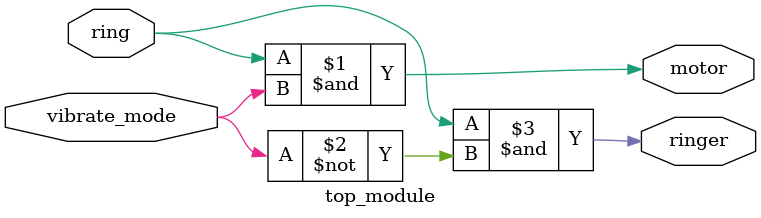
<source format=v>
module top_module (
    input ring,
    input vibrate_mode,
    output ringer,       // Make sound
    output motor         // Vibrate
);
    assign motor = ring & vibrate_mode;
    assign ringer = ring & (~vibrate_mode);

endmodule

</source>
